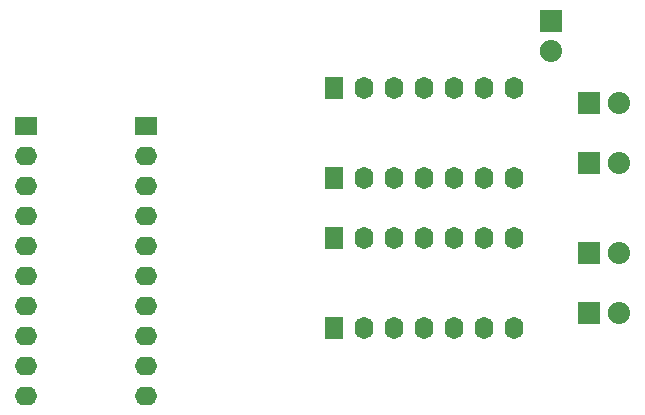
<source format=gbr>
G04 #@! TF.FileFunction,Soldermask,Bot*
%FSLAX46Y46*%
G04 Gerber Fmt 4.6, Leading zero omitted, Abs format (unit mm)*
G04 Created by KiCad (PCBNEW 4.0.1-stable) date 1/22/2016 1:12:54 PM*
%MOMM*%
G01*
G04 APERTURE LIST*
%ADD10C,0.100000*%
%ADD11R,1.574800X1.879600*%
%ADD12O,1.574800X1.879600*%
%ADD13R,1.879600X1.574800*%
%ADD14O,1.879600X1.574800*%
%ADD15R,1.879600X1.879600*%
%ADD16O,1.879600X1.879600*%
G04 APERTURE END LIST*
D10*
D11*
X85725000Y-86995000D03*
D12*
X88265000Y-86995000D03*
X90805000Y-86995000D03*
X93345000Y-86995000D03*
X95885000Y-86995000D03*
X98425000Y-86995000D03*
X100965000Y-86995000D03*
D13*
X59690000Y-77470000D03*
D14*
X59690000Y-80010000D03*
X59690000Y-82550000D03*
X59690000Y-85090000D03*
X59690000Y-87630000D03*
X59690000Y-90170000D03*
X59690000Y-92710000D03*
X59690000Y-95250000D03*
X59690000Y-97790000D03*
X59690000Y-100330000D03*
D15*
X107315000Y-80645000D03*
D16*
X109855000Y-80645000D03*
D15*
X107315000Y-75565000D03*
D16*
X109855000Y-75565000D03*
D15*
X107315000Y-93345000D03*
D16*
X109855000Y-93345000D03*
D15*
X107315000Y-88265000D03*
D16*
X109855000Y-88265000D03*
D13*
X69850000Y-77470000D03*
D14*
X69850000Y-80010000D03*
X69850000Y-82550000D03*
X69850000Y-85090000D03*
X69850000Y-87630000D03*
X69850000Y-90170000D03*
X69850000Y-92710000D03*
X69850000Y-95250000D03*
X69850000Y-97790000D03*
X69850000Y-100330000D03*
D11*
X85725000Y-94615000D03*
D12*
X88265000Y-94615000D03*
X90805000Y-94615000D03*
X93345000Y-94615000D03*
X95885000Y-94615000D03*
X98425000Y-94615000D03*
X100965000Y-94615000D03*
D11*
X85725000Y-81915000D03*
D12*
X88265000Y-81915000D03*
X90805000Y-81915000D03*
X93345000Y-81915000D03*
X95885000Y-81915000D03*
X98425000Y-81915000D03*
X100965000Y-81915000D03*
D11*
X85725000Y-74295000D03*
D12*
X88265000Y-74295000D03*
X90805000Y-74295000D03*
X93345000Y-74295000D03*
X95885000Y-74295000D03*
X98425000Y-74295000D03*
X100965000Y-74295000D03*
D15*
X104140000Y-68580000D03*
D16*
X104140000Y-71120000D03*
M02*

</source>
